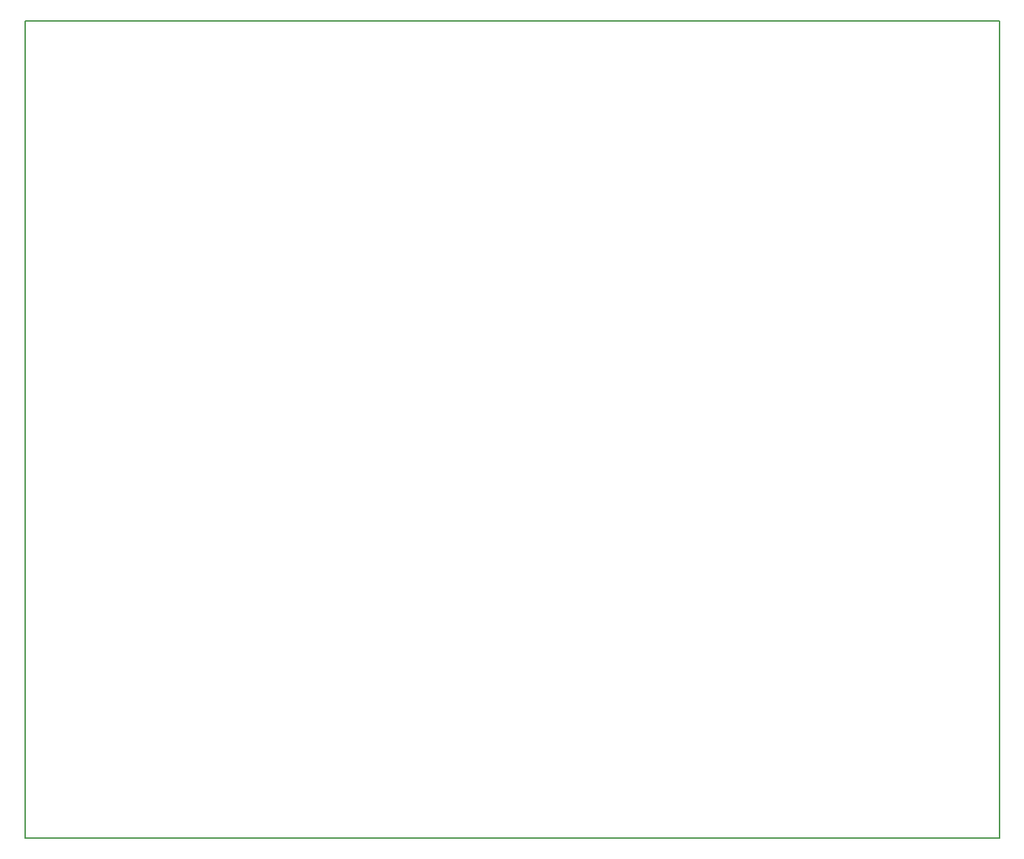
<source format=gm1>
G04 #@! TF.GenerationSoftware,KiCad,Pcbnew,8.0.2-1*
G04 #@! TF.CreationDate,2024-09-04T16:21:55-07:00*
G04 #@! TF.ProjectId,laserBoxNew,6c617365-7242-46f7-984e-65772e6b6963,v01*
G04 #@! TF.SameCoordinates,Original*
G04 #@! TF.FileFunction,Profile,NP*
%FSLAX46Y46*%
G04 Gerber Fmt 4.6, Leading zero omitted, Abs format (unit mm)*
G04 Created by KiCad (PCBNEW 8.0.2-1) date 2024-09-04 16:21:55*
%MOMM*%
%LPD*%
G01*
G04 APERTURE LIST*
G04 #@! TA.AperFunction,Profile*
%ADD10C,0.127000*%
G04 #@! TD*
G04 APERTURE END LIST*
D10*
X77724000Y-32512000D02*
X195834000Y-32512000D01*
X195834000Y-131572000D01*
X77724000Y-131572000D01*
X77724000Y-32512000D01*
M02*

</source>
